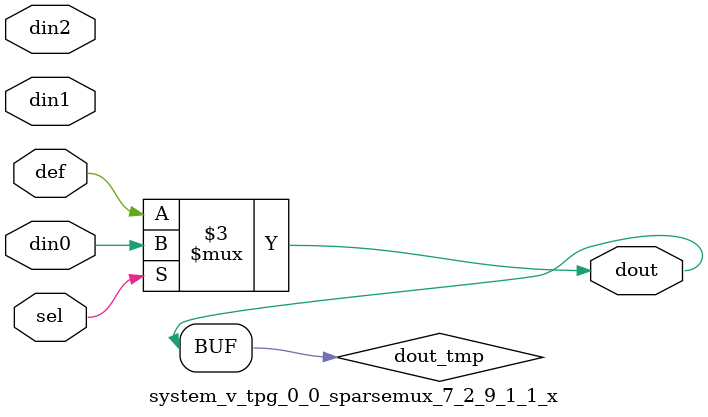
<source format=v>
`timescale 1ns / 1ps

module system_v_tpg_0_0_sparsemux_7_2_9_1_1_x (din0,din1,din2,def,sel,dout);

parameter din0_WIDTH = 1;

parameter din1_WIDTH = 1;

parameter din2_WIDTH = 1;

parameter def_WIDTH = 1;
parameter sel_WIDTH = 1;
parameter dout_WIDTH = 1;

parameter [sel_WIDTH-1:0] CASE0 = 1;

parameter [sel_WIDTH-1:0] CASE1 = 1;

parameter [sel_WIDTH-1:0] CASE2 = 1;

parameter ID = 1;
parameter NUM_STAGE = 1;



input [din0_WIDTH-1:0] din0;

input [din1_WIDTH-1:0] din1;

input [din2_WIDTH-1:0] din2;

input [def_WIDTH-1:0] def;
input [sel_WIDTH-1:0] sel;

output [dout_WIDTH-1:0] dout;



reg [dout_WIDTH-1:0] dout_tmp;


always @ (*) begin
(* parallel_case *) case (sel)
    
    CASE0 : dout_tmp = din0;
    
    CASE1 : dout_tmp = din1;
    
    CASE2 : dout_tmp = din2;
    
    default : dout_tmp = def;
endcase
end


assign dout = dout_tmp;



endmodule

</source>
